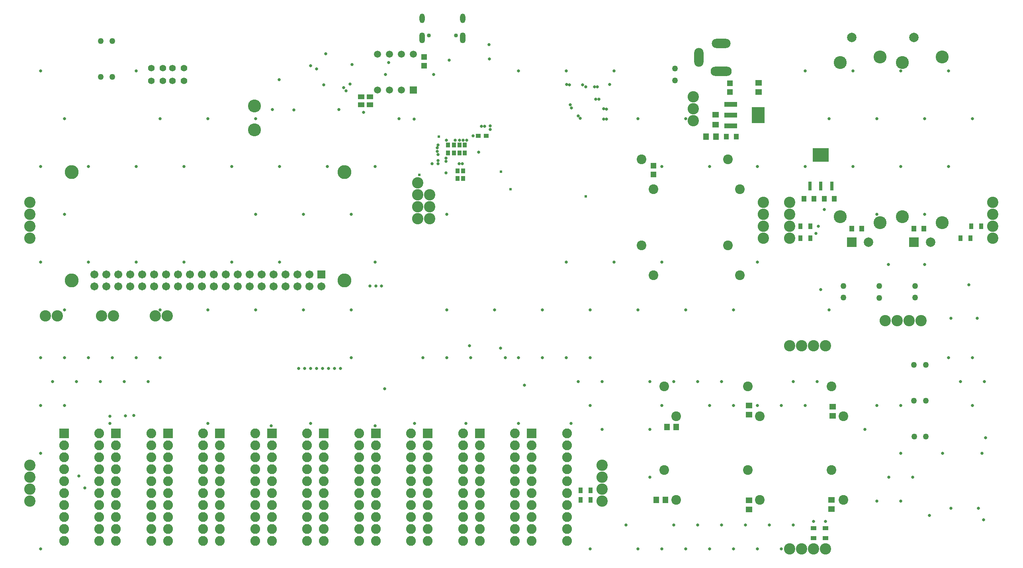
<source format=gbs>
G04*
G04 #@! TF.GenerationSoftware,Altium Limited,Altium Designer,25.1.2 (22)*
G04*
G04 Layer_Color=16711935*
%FSLAX25Y25*%
%MOIN*%
G70*
G04*
G04 #@! TF.SameCoordinates,3AA37EA1-F988-493A-ACA0-F71776FBCFF4*
G04*
G04*
G04 #@! TF.FilePolarity,Negative*
G04*
G01*
G75*
%ADD22R,0.05700X0.04400*%
%ADD23R,0.02600X0.07300*%
%ADD28R,0.04600X0.05700*%
%ADD41R,0.04724X0.03543*%
%ADD46R,0.03400X0.04200*%
%ADD48R,0.05000X0.05500*%
%ADD54R,0.04200X0.03400*%
%ADD56R,0.04200X0.05100*%
%ADD57R,0.05000X0.05000*%
%ADD59R,0.05500X0.05000*%
%ADD60R,0.05700X0.04600*%
%ADD64C,0.10800*%
%ADD72R,0.11030X0.13392*%
%ADD73R,0.11030X0.04337*%
%ADD76C,0.08100*%
%ADD77R,0.07887X0.07887*%
%ADD78C,0.07887*%
%ADD79C,0.10839*%
%ADD80O,0.07874X0.15748*%
%ADD81O,0.17717X0.07874*%
%ADD82O,0.15748X0.07874*%
%ADD83R,0.05900X0.05900*%
%ADD84C,0.05900*%
%ADD85C,0.11627*%
%ADD86C,0.06737*%
%ADD87R,0.06737X0.06737*%
%ADD88R,0.08182X0.08182*%
%ADD89C,0.08182*%
%ADD90C,0.05600*%
%ADD91C,0.05000*%
%ADD92C,0.03359*%
%ADD93O,0.04343X0.07887*%
%ADD94O,0.04934X0.09068*%
%ADD95C,0.09461*%
%ADD96C,0.02600*%
%ADD97C,0.02400*%
%ADD128R,0.03543X0.04724*%
G36*
X686300Y363950D02*
Y375250D01*
X699700D01*
Y363950D01*
X686300D01*
D02*
G37*
D22*
X308359Y418123D02*
D03*
Y411623D02*
D03*
X315449D02*
D03*
Y418123D02*
D03*
D23*
X702050Y343600D02*
D03*
X693000D02*
D03*
X683950D02*
D03*
D28*
X605150Y385000D02*
D03*
X596850D02*
D03*
D41*
X687000Y48866D02*
D03*
Y57134D02*
D03*
X697000Y48866D02*
D03*
Y57134D02*
D03*
D46*
X386000Y377850D02*
D03*
Y371350D02*
D03*
X393500Y349850D02*
D03*
Y356350D02*
D03*
X390500Y377850D02*
D03*
Y371350D02*
D03*
X389000Y349850D02*
D03*
Y356350D02*
D03*
X381000Y371350D02*
D03*
Y377850D02*
D03*
X395000D02*
D03*
Y371350D02*
D03*
D48*
X564150Y142000D02*
D03*
X571850D02*
D03*
X562850Y81000D02*
D03*
X555150D02*
D03*
D54*
X412750Y385600D02*
D03*
X406250D02*
D03*
D56*
X613950Y385000D02*
D03*
X622050D02*
D03*
X678950Y333000D02*
D03*
X687050D02*
D03*
X695950D02*
D03*
X704050D02*
D03*
X727050Y308000D02*
D03*
X718950D02*
D03*
X770950D02*
D03*
X779050D02*
D03*
D57*
X361000Y451550D02*
D03*
Y444250D02*
D03*
X617000Y422350D02*
D03*
Y429650D02*
D03*
X553000Y353350D02*
D03*
Y360650D02*
D03*
D59*
X641000Y429850D02*
D03*
Y422150D02*
D03*
X633000Y73000D02*
D03*
Y80700D02*
D03*
Y152150D02*
D03*
Y159850D02*
D03*
X703000Y158850D02*
D03*
Y151150D02*
D03*
X702000Y80850D02*
D03*
Y73150D02*
D03*
D60*
X605000Y394850D02*
D03*
Y403150D02*
D03*
D64*
X218800Y410500D02*
D03*
Y390500D02*
D03*
D72*
X640614Y403000D02*
D03*
D73*
X617386Y393945D02*
D03*
Y403000D02*
D03*
Y412055D02*
D03*
D76*
X642000Y81000D02*
D03*
X632000Y106000D02*
D03*
X543000Y366000D02*
D03*
X553000Y341000D02*
D03*
X543000Y294100D02*
D03*
X553000Y269100D02*
D03*
X615300Y294100D02*
D03*
X625300Y269100D02*
D03*
X615300Y366000D02*
D03*
X625300Y341000D02*
D03*
X712000Y81000D02*
D03*
X702000Y106000D02*
D03*
X712000Y151000D02*
D03*
X702000Y176000D02*
D03*
X572000Y151000D02*
D03*
X562000Y176000D02*
D03*
Y106000D02*
D03*
X572000Y81000D02*
D03*
X642000Y151000D02*
D03*
X632000Y176000D02*
D03*
D77*
X771014Y296743D02*
D03*
X719014D02*
D03*
D78*
X784794D02*
D03*
X771014Y468003D02*
D03*
X719014D02*
D03*
X732794Y296743D02*
D03*
D79*
X761172Y317806D02*
D03*
X794636Y313082D02*
D03*
Y451664D02*
D03*
X761172Y446940D02*
D03*
X709172D02*
D03*
X742636Y451664D02*
D03*
Y313082D02*
D03*
X709172Y317806D02*
D03*
D80*
X591046Y451304D02*
D03*
D81*
X609550Y439494D02*
D03*
D82*
Y463116D02*
D03*
D83*
X351800Y424100D02*
D03*
D84*
X341800D02*
D03*
X331800D02*
D03*
X321800D02*
D03*
Y454100D02*
D03*
X331800D02*
D03*
X341800D02*
D03*
X351800D02*
D03*
D85*
X65827Y264724D02*
D03*
Y355276D02*
D03*
X294173Y264724D02*
D03*
Y355276D02*
D03*
D86*
X85000Y259724D02*
D03*
Y269724D02*
D03*
X95000Y259724D02*
D03*
Y269724D02*
D03*
X105000Y259724D02*
D03*
Y269724D02*
D03*
X115000Y259724D02*
D03*
Y269724D02*
D03*
X125000Y259724D02*
D03*
Y269724D02*
D03*
X135000Y259724D02*
D03*
Y269724D02*
D03*
X145000Y259724D02*
D03*
Y269724D02*
D03*
X155000Y259724D02*
D03*
Y269724D02*
D03*
X165000Y259724D02*
D03*
Y269724D02*
D03*
X175000Y259724D02*
D03*
Y269724D02*
D03*
X185000Y259724D02*
D03*
Y269724D02*
D03*
X195000Y259724D02*
D03*
Y269724D02*
D03*
X205000Y259724D02*
D03*
Y269724D02*
D03*
X215000Y259724D02*
D03*
Y269724D02*
D03*
X225000Y259724D02*
D03*
Y269724D02*
D03*
X235000Y259724D02*
D03*
Y269724D02*
D03*
X245000Y259724D02*
D03*
Y269724D02*
D03*
X255000Y259724D02*
D03*
Y269724D02*
D03*
X265000Y259724D02*
D03*
Y269724D02*
D03*
X275000Y259724D02*
D03*
D87*
Y269724D02*
D03*
D88*
X59472Y136500D02*
D03*
X451000D02*
D03*
X407500D02*
D03*
X364000D02*
D03*
X320472D02*
D03*
X276972D02*
D03*
X233472D02*
D03*
X190000D02*
D03*
X146500D02*
D03*
X103000D02*
D03*
D89*
X59472Y126500D02*
D03*
Y116500D02*
D03*
Y106500D02*
D03*
Y96500D02*
D03*
Y86500D02*
D03*
Y76500D02*
D03*
Y66500D02*
D03*
Y56500D02*
D03*
Y46500D02*
D03*
X89000D02*
D03*
Y56500D02*
D03*
Y66500D02*
D03*
Y76500D02*
D03*
Y86500D02*
D03*
Y96500D02*
D03*
Y106500D02*
D03*
Y116500D02*
D03*
Y126500D02*
D03*
Y136500D02*
D03*
X480528D02*
D03*
Y126500D02*
D03*
Y116500D02*
D03*
Y106500D02*
D03*
Y96500D02*
D03*
Y86500D02*
D03*
Y76500D02*
D03*
Y66500D02*
D03*
Y56500D02*
D03*
Y46500D02*
D03*
X451000D02*
D03*
Y56500D02*
D03*
Y66500D02*
D03*
Y76500D02*
D03*
Y86500D02*
D03*
Y96500D02*
D03*
Y106500D02*
D03*
Y116500D02*
D03*
Y126500D02*
D03*
X407500D02*
D03*
Y116500D02*
D03*
Y106500D02*
D03*
Y96500D02*
D03*
Y86500D02*
D03*
Y76500D02*
D03*
Y66500D02*
D03*
Y56500D02*
D03*
Y46500D02*
D03*
X437028D02*
D03*
Y56500D02*
D03*
Y66500D02*
D03*
Y76500D02*
D03*
Y86500D02*
D03*
Y96500D02*
D03*
Y106500D02*
D03*
Y116500D02*
D03*
Y126500D02*
D03*
Y136500D02*
D03*
X393528D02*
D03*
Y126500D02*
D03*
Y116500D02*
D03*
Y106500D02*
D03*
Y96500D02*
D03*
Y86500D02*
D03*
Y76500D02*
D03*
Y66500D02*
D03*
Y56500D02*
D03*
Y46500D02*
D03*
X364000D02*
D03*
Y56500D02*
D03*
Y66500D02*
D03*
Y76500D02*
D03*
Y86500D02*
D03*
Y96500D02*
D03*
Y106500D02*
D03*
Y116500D02*
D03*
Y126500D02*
D03*
X350000Y136500D02*
D03*
Y126500D02*
D03*
Y116500D02*
D03*
Y106500D02*
D03*
Y96500D02*
D03*
Y86500D02*
D03*
Y76500D02*
D03*
Y66500D02*
D03*
Y56500D02*
D03*
Y46500D02*
D03*
X320472D02*
D03*
Y56500D02*
D03*
Y66500D02*
D03*
Y76500D02*
D03*
Y86500D02*
D03*
Y96500D02*
D03*
Y106500D02*
D03*
Y116500D02*
D03*
Y126500D02*
D03*
X306500Y136500D02*
D03*
Y126500D02*
D03*
Y116500D02*
D03*
Y106500D02*
D03*
Y96500D02*
D03*
Y86500D02*
D03*
Y76500D02*
D03*
Y66500D02*
D03*
Y56500D02*
D03*
Y46500D02*
D03*
X276972D02*
D03*
Y56500D02*
D03*
Y66500D02*
D03*
Y76500D02*
D03*
Y86500D02*
D03*
Y96500D02*
D03*
Y106500D02*
D03*
Y116500D02*
D03*
Y126500D02*
D03*
X263000Y136500D02*
D03*
Y126500D02*
D03*
Y116500D02*
D03*
Y106500D02*
D03*
Y96500D02*
D03*
Y86500D02*
D03*
Y76500D02*
D03*
Y66500D02*
D03*
Y56500D02*
D03*
Y46500D02*
D03*
X233472D02*
D03*
Y56500D02*
D03*
Y66500D02*
D03*
Y76500D02*
D03*
Y86500D02*
D03*
Y96500D02*
D03*
Y106500D02*
D03*
Y116500D02*
D03*
Y126500D02*
D03*
X190000D02*
D03*
Y116500D02*
D03*
Y106500D02*
D03*
Y96500D02*
D03*
Y86500D02*
D03*
Y76500D02*
D03*
Y66500D02*
D03*
Y56500D02*
D03*
Y46500D02*
D03*
X219528D02*
D03*
Y56500D02*
D03*
Y66500D02*
D03*
Y76500D02*
D03*
Y86500D02*
D03*
Y96500D02*
D03*
Y106500D02*
D03*
Y116500D02*
D03*
Y126500D02*
D03*
Y136500D02*
D03*
X146500Y126500D02*
D03*
Y116500D02*
D03*
Y106500D02*
D03*
Y96500D02*
D03*
Y86500D02*
D03*
Y76500D02*
D03*
Y66500D02*
D03*
Y56500D02*
D03*
Y46500D02*
D03*
X176028D02*
D03*
Y56500D02*
D03*
Y66500D02*
D03*
Y76500D02*
D03*
Y86500D02*
D03*
Y96500D02*
D03*
Y106500D02*
D03*
Y116500D02*
D03*
Y126500D02*
D03*
Y136500D02*
D03*
X103000Y126500D02*
D03*
Y116500D02*
D03*
Y106500D02*
D03*
Y96500D02*
D03*
Y86500D02*
D03*
Y76500D02*
D03*
Y66500D02*
D03*
Y56500D02*
D03*
Y46500D02*
D03*
X132528D02*
D03*
Y56500D02*
D03*
Y66500D02*
D03*
Y76500D02*
D03*
Y86500D02*
D03*
Y96500D02*
D03*
Y106500D02*
D03*
Y116500D02*
D03*
Y126500D02*
D03*
Y136500D02*
D03*
D90*
X132408Y442356D02*
D03*
X142251D02*
D03*
X150125D02*
D03*
X159968D02*
D03*
X132408Y431687D02*
D03*
X142251D02*
D03*
X150125D02*
D03*
X159968D02*
D03*
D91*
X100000Y435000D02*
D03*
X90158D02*
D03*
X571000Y432000D02*
D03*
Y441843D02*
D03*
X90158Y465000D02*
D03*
X100000D02*
D03*
X772000Y260000D02*
D03*
Y250157D02*
D03*
X742000Y250000D02*
D03*
Y259842D02*
D03*
X712000Y250157D02*
D03*
Y260000D02*
D03*
X771158Y134000D02*
D03*
X781000D02*
D03*
X771000Y164000D02*
D03*
X780842D02*
D03*
Y194000D02*
D03*
X771000D02*
D03*
D92*
X387500Y469500D02*
D03*
X364744D02*
D03*
D93*
X359114Y483988D02*
D03*
X393130D02*
D03*
D94*
X359114Y467531D02*
D03*
X393130D02*
D03*
D95*
X355700Y346400D02*
D03*
Y336400D02*
D03*
Y326400D02*
D03*
Y316400D02*
D03*
X365700Y336400D02*
D03*
Y326400D02*
D03*
Y316400D02*
D03*
X645000Y300000D02*
D03*
Y310000D02*
D03*
Y320000D02*
D03*
Y330000D02*
D03*
X586200Y398300D02*
D03*
Y408300D02*
D03*
Y418300D02*
D03*
X54000Y235000D02*
D03*
X44000D02*
D03*
X31000Y300100D02*
D03*
Y310100D02*
D03*
Y320100D02*
D03*
Y330100D02*
D03*
X747000Y231000D02*
D03*
X757000D02*
D03*
X767000D02*
D03*
X777000D02*
D03*
X510000Y80000D02*
D03*
Y90000D02*
D03*
Y100000D02*
D03*
Y110000D02*
D03*
X31000Y80000D02*
D03*
Y90000D02*
D03*
Y100000D02*
D03*
Y110000D02*
D03*
X667000Y300000D02*
D03*
Y310000D02*
D03*
Y320000D02*
D03*
Y330000D02*
D03*
X837000D02*
D03*
Y320000D02*
D03*
Y310000D02*
D03*
Y300000D02*
D03*
X667000Y210000D02*
D03*
X677000D02*
D03*
X687000D02*
D03*
X697000D02*
D03*
Y40000D02*
D03*
X687000D02*
D03*
X677000D02*
D03*
X667000D02*
D03*
X146000Y235000D02*
D03*
X136000D02*
D03*
X101000D02*
D03*
X91000D02*
D03*
D96*
X371900Y372700D02*
D03*
X749600Y278000D02*
D03*
X406600Y371900D02*
D03*
X493700Y428200D02*
D03*
X390500Y381882D02*
D03*
X393476Y381887D02*
D03*
X371800Y375500D02*
D03*
X372400Y369850D02*
D03*
Y362200D02*
D03*
X379300Y354700D02*
D03*
X266000Y444300D02*
D03*
X239600Y432500D02*
D03*
X251800Y407400D02*
D03*
X233900Y407500D02*
D03*
X415400Y449900D02*
D03*
X415300Y462100D02*
D03*
X382000Y448800D02*
D03*
X800000Y440000D02*
D03*
X820000Y400000D02*
D03*
X800000Y360000D02*
D03*
Y200000D02*
D03*
X820000Y160000D02*
D03*
X760000Y440000D02*
D03*
X780000Y400000D02*
D03*
X760000Y360000D02*
D03*
X780000Y320000D02*
D03*
X760000Y120000D02*
D03*
X720000Y440000D02*
D03*
X740000Y400000D02*
D03*
X720000Y360000D02*
D03*
X740000Y320000D02*
D03*
Y160000D02*
D03*
Y80000D02*
D03*
X680000Y440000D02*
D03*
X700000Y400000D02*
D03*
X680000Y360000D02*
D03*
X700000Y240000D02*
D03*
X640000Y360000D02*
D03*
Y280000D02*
D03*
X660000Y160000D02*
D03*
X640000Y40000D02*
D03*
X600000Y360000D02*
D03*
X620000Y240000D02*
D03*
Y160000D02*
D03*
X600000Y40000D02*
D03*
X580000Y400000D02*
D03*
X560000Y360000D02*
D03*
Y280000D02*
D03*
X580000Y240000D02*
D03*
X560000Y40000D02*
D03*
X520000Y440000D02*
D03*
X540000Y400000D02*
D03*
X520000Y280000D02*
D03*
X540000Y240000D02*
D03*
X480000Y440000D02*
D03*
Y280000D02*
D03*
X500000Y240000D02*
D03*
X480000Y200000D02*
D03*
X500000Y160000D02*
D03*
X440000Y440000D02*
D03*
X460000Y240000D02*
D03*
X440000Y200000D02*
D03*
X420000Y240000D02*
D03*
X400000Y200000D02*
D03*
X380000Y320000D02*
D03*
Y240000D02*
D03*
X360000Y200000D02*
D03*
X340000Y400000D02*
D03*
X320000Y360000D02*
D03*
Y280000D02*
D03*
X280000Y360000D02*
D03*
X300000Y320000D02*
D03*
Y240000D02*
D03*
X240000Y360000D02*
D03*
X260000Y320000D02*
D03*
X240000Y280000D02*
D03*
X260000Y240000D02*
D03*
X220000Y400000D02*
D03*
X200000Y360000D02*
D03*
X220000Y320000D02*
D03*
X200000Y280000D02*
D03*
X220000Y240000D02*
D03*
X180000Y400000D02*
D03*
X160000Y360000D02*
D03*
Y280000D02*
D03*
X180000Y240000D02*
D03*
X120000Y440000D02*
D03*
X140000Y400000D02*
D03*
X120000Y360000D02*
D03*
Y280000D02*
D03*
X140000Y240000D02*
D03*
X120000Y200000D02*
D03*
X80000Y360000D02*
D03*
Y280000D02*
D03*
Y200000D02*
D03*
X40000Y440000D02*
D03*
X60000Y400000D02*
D03*
X40000Y360000D02*
D03*
X60000Y320000D02*
D03*
X40000Y280000D02*
D03*
X60000Y240000D02*
D03*
X40000Y200000D02*
D03*
X60000Y160000D02*
D03*
X40000Y120000D02*
D03*
Y40000D02*
D03*
X295700Y423200D02*
D03*
X300500Y445400D02*
D03*
X489900Y402300D02*
D03*
X483300Y411500D02*
D03*
X511300Y399600D02*
D03*
X511200Y408300D02*
D03*
X504600Y416400D02*
D03*
X503500Y426700D02*
D03*
X496300D02*
D03*
X480100Y428500D02*
D03*
X369000Y436800D02*
D03*
X310100Y405200D02*
D03*
X299000Y429100D02*
D03*
X293500Y425900D02*
D03*
X482600Y428400D02*
D03*
X484300Y409000D02*
D03*
X491700Y400400D02*
D03*
X513700Y399600D02*
D03*
X507100Y416300D02*
D03*
X513700Y408100D02*
D03*
X516300Y428600D02*
D03*
X408900Y393700D02*
D03*
X352400Y399700D02*
D03*
X416300Y394100D02*
D03*
X367600Y362300D02*
D03*
X416300Y390800D02*
D03*
X411400Y393700D02*
D03*
X396600Y382000D02*
D03*
X320400Y260000D02*
D03*
X325200Y259900D02*
D03*
X315500D02*
D03*
X328707Y436800D02*
D03*
X331356Y447044D02*
D03*
X270736Y441736D02*
D03*
X278600Y454400D02*
D03*
X289500Y407500D02*
D03*
X276800Y428200D02*
D03*
X506000Y426600D02*
D03*
X372443Y377790D02*
D03*
X379100Y366900D02*
D03*
X372600Y365000D02*
D03*
X379100Y364200D02*
D03*
X693000Y257000D02*
D03*
X802000Y233000D02*
D03*
X824000D02*
D03*
X817000Y261000D02*
D03*
X780000Y278000D02*
D03*
X689000Y304000D02*
D03*
X691000Y310000D02*
D03*
X696000Y324000D02*
D03*
X820000Y200000D02*
D03*
X830000Y180000D02*
D03*
X820000Y160000D02*
D03*
X800000Y200000D02*
D03*
X810000Y180000D02*
D03*
X760000Y160000D02*
D03*
Y120000D02*
D03*
X770000Y100000D02*
D03*
X760000Y80000D02*
D03*
X740000Y160000D02*
D03*
X750000Y100000D02*
D03*
X740000Y80000D02*
D03*
X730000Y140000D02*
D03*
X690000Y180000D02*
D03*
X680000Y160000D02*
D03*
X670000Y180000D02*
D03*
Y60000D02*
D03*
X660000Y40000D02*
D03*
X640000Y160000D02*
D03*
X650000Y60000D02*
D03*
X640000Y40000D02*
D03*
X620000Y160000D02*
D03*
X630000Y60000D02*
D03*
X620000Y40000D02*
D03*
X610000Y180000D02*
D03*
X600000Y160000D02*
D03*
X610000Y60000D02*
D03*
X600000Y40000D02*
D03*
X590000Y180000D02*
D03*
Y60000D02*
D03*
X580000Y40000D02*
D03*
X570000Y180000D02*
D03*
X560000Y160000D02*
D03*
X570000Y60000D02*
D03*
X560000Y40000D02*
D03*
X550000Y180000D02*
D03*
Y140000D02*
D03*
Y100000D02*
D03*
X540000Y40000D02*
D03*
X530000Y60000D02*
D03*
X500000Y200000D02*
D03*
X510000Y180000D02*
D03*
X500000Y160000D02*
D03*
X510000Y140000D02*
D03*
X500000Y40000D02*
D03*
X480000Y200000D02*
D03*
X490000Y180000D02*
D03*
X460000Y200000D02*
D03*
X440000D02*
D03*
X400000D02*
D03*
X380000D02*
D03*
X360000D02*
D03*
X300000D02*
D03*
X140000D02*
D03*
X120000D02*
D03*
X130000Y180000D02*
D03*
X100000Y200000D02*
D03*
X110000Y180000D02*
D03*
X80000Y200000D02*
D03*
X90000Y180000D02*
D03*
X60000Y200000D02*
D03*
X70000Y180000D02*
D03*
X60000Y160000D02*
D03*
X40000Y200000D02*
D03*
X50000Y180000D02*
D03*
X40000Y160000D02*
D03*
Y120000D02*
D03*
Y40000D02*
D03*
X697000Y63000D02*
D03*
X687000D02*
D03*
X784000Y68000D02*
D03*
X829210Y64157D02*
D03*
X825000Y74000D02*
D03*
X802000D02*
D03*
X795000Y120000D02*
D03*
X828000D02*
D03*
X831000Y133000D02*
D03*
X328000Y174000D02*
D03*
X399000Y210000D02*
D03*
X425000Y208000D02*
D03*
X429000Y200000D02*
D03*
X445000Y177000D02*
D03*
X118000Y151500D02*
D03*
X111000Y151431D02*
D03*
X98000Y151000D02*
D03*
Y145000D02*
D03*
X484000D02*
D03*
X440000D02*
D03*
X396000D02*
D03*
X353000D02*
D03*
X320000Y143000D02*
D03*
X266000Y145000D02*
D03*
X233000Y143000D02*
D03*
X180000Y145000D02*
D03*
X291000Y191000D02*
D03*
X286000D02*
D03*
X281000D02*
D03*
X276000D02*
D03*
X271000D02*
D03*
X266000D02*
D03*
X261000D02*
D03*
X256000D02*
D03*
X77000Y91000D02*
D03*
X72000Y101000D02*
D03*
X402000Y385600D02*
D03*
X390063Y362149D02*
D03*
X392833Y362170D02*
D03*
X379500Y382100D02*
D03*
X387000D02*
D03*
D97*
X496200Y334800D02*
D03*
X433100Y340900D02*
D03*
X425300Y355600D02*
D03*
X373300Y384900D02*
D03*
X357000Y353000D02*
D03*
D128*
X500134Y89000D02*
D03*
X491866D02*
D03*
Y81000D02*
D03*
X500134D02*
D03*
X818866Y310000D02*
D03*
X827134D02*
D03*
X809866Y300000D02*
D03*
X818134D02*
D03*
X675866Y310000D02*
D03*
X684134D02*
D03*
X675866Y300000D02*
D03*
X684134D02*
D03*
M02*

</source>
